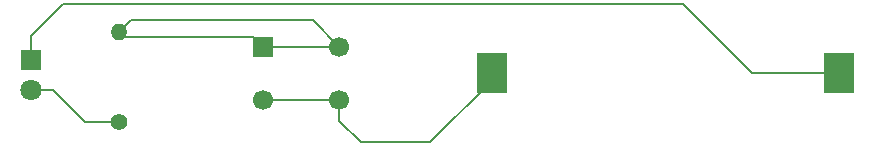
<source format=gtl>
%TF.GenerationSoftware,KiCad,Pcbnew,8.0.1*%
%TF.CreationDate,2024-07-03T00:43:56+03:00*%
%TF.ProjectId,Project 1 - LED Torch,50726f6a-6563-4742-9031-202d204c4544,0.1*%
%TF.SameCoordinates,Original*%
%TF.FileFunction,Copper,L1,Top*%
%TF.FilePolarity,Positive*%
%FSLAX46Y46*%
G04 Gerber Fmt 4.6, Leading zero omitted, Abs format (unit mm)*
G04 Created by KiCad (PCBNEW 8.0.1) date 2024-07-03 00:43:56*
%MOMM*%
%LPD*%
G01*
G04 APERTURE LIST*
%TA.AperFunction,ComponentPad*%
%ADD10R,1.800000X1.800000*%
%TD*%
%TA.AperFunction,ComponentPad*%
%ADD11C,1.800000*%
%TD*%
%TA.AperFunction,ComponentPad*%
%ADD12C,1.400000*%
%TD*%
%TA.AperFunction,ComponentPad*%
%ADD13O,1.400000X1.400000*%
%TD*%
%TA.AperFunction,ComponentPad*%
%ADD14R,1.700000X1.700000*%
%TD*%
%TA.AperFunction,ComponentPad*%
%ADD15C,1.700000*%
%TD*%
%TA.AperFunction,SMDPad,CuDef*%
%ADD16R,2.540000X3.510000*%
%TD*%
%TA.AperFunction,Conductor*%
%ADD17C,0.200000*%
%TD*%
G04 APERTURE END LIST*
D10*
%TO.P,D1,1,K*%
%TO.N,/LED_cathode*%
X99725000Y-103575000D03*
D11*
%TO.P,D1,2,A*%
%TO.N,/LED_anode*%
X99725000Y-106115000D03*
%TD*%
D12*
%TO.P,R1,1*%
%TO.N,/LED_anode*%
X107150000Y-108835000D03*
D13*
%TO.P,R1,2*%
%TO.N,Net-(SW1A-A)*%
X107150000Y-101215000D03*
%TD*%
D14*
%TO.P,SW1,1,A*%
%TO.N,Net-(SW1A-A)*%
X119300000Y-102475000D03*
D15*
X125800000Y-102475000D03*
%TO.P,SW1,2,B*%
%TO.N,/bat_pos*%
X119300000Y-106975000D03*
X125800000Y-106975000D03*
%TD*%
D16*
%TO.P,BT1,1,+*%
%TO.N,/bat_pos*%
X138720000Y-104700000D03*
%TO.P,BT1,2,-*%
%TO.N,/LED_cathode*%
X168080000Y-104700000D03*
%TD*%
D17*
%TO.N,/LED_cathode*%
X99725000Y-103575000D02*
X99725000Y-101575000D01*
X99725000Y-101575000D02*
X102400000Y-98900000D01*
X160700000Y-104700000D02*
X168080000Y-104700000D01*
X102400000Y-98900000D02*
X154900000Y-98900000D01*
X154900000Y-98900000D02*
X160700000Y-104700000D01*
%TO.N,/bat_pos*%
X133500000Y-110575000D02*
X138720000Y-105355000D01*
X127600000Y-110575000D02*
X133500000Y-110575000D01*
X125800000Y-106975000D02*
X125800000Y-108775000D01*
X138720000Y-105355000D02*
X138720000Y-104700000D01*
X125800000Y-108775000D02*
X127600000Y-110575000D01*
X119300000Y-106975000D02*
X125800000Y-106975000D01*
%TO.N,/LED_anode*%
X99725000Y-106115000D02*
X101540000Y-106115000D01*
X104260000Y-108835000D02*
X107150000Y-108835000D01*
X101540000Y-106115000D02*
X104260000Y-108835000D01*
%TO.N,Net-(SW1A-A)*%
X107150000Y-101215000D02*
X107560000Y-101625000D01*
X107150000Y-101215000D02*
X108165000Y-100200000D01*
X118450000Y-101625000D02*
X119300000Y-102475000D01*
X123525000Y-100200000D02*
X125800000Y-102475000D01*
X107560000Y-101625000D02*
X118450000Y-101625000D01*
X119300000Y-102475000D02*
X125800000Y-102475000D01*
X108165000Y-100200000D02*
X123525000Y-100200000D01*
%TD*%
M02*

</source>
